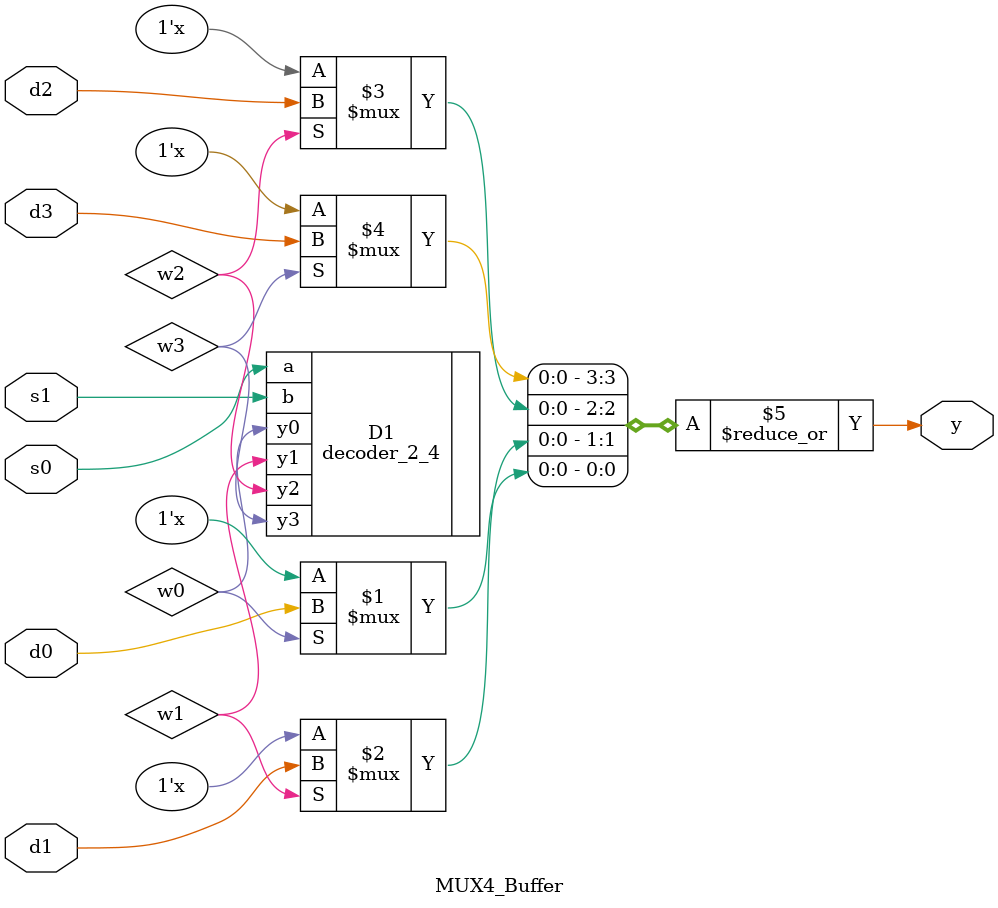
<source format=v>
module MUX4_Buffer(input s0,s1,d0,d1,d2,d3,output wor y);

wire w0,w1,w2,w3;

decoder_2_4 D1(.a(s0),.b(s1),.y0(w0),.y1(w1),.y2(w2),.y3(w3));

bufif1 B1(y, d0, w0);
bufif1 B2(y, d1, w1);
bufif1 B3(y, d2, w2);
bufif1 B4(y, d3, w3);

endmodule 
</source>
